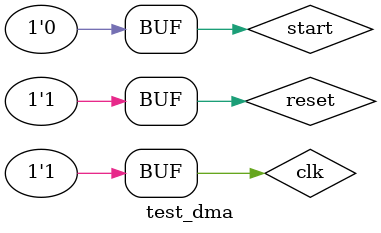
<source format=v>
`timescale 1ns / 1ps


module test_dma(

    );
   reg clk;
     reg reset;
     reg start;
     
     initial
     begin
     reset = 1'b1;
     start = 1'b0;
     #40;
     reset = 1'b0;
     #40;
     reset = 1'b1;
     #40;
     start =1'b1;
     #40;
     start = 1'b0;
     end
     
     always
     begin
     clk = 1'b0;
     #20;
     clk = 1'b1;
     #20;
     end
     
     design_2 dut(
        .areset(reset),
        .clk(clk),
        .start(start));
     
     
 endmodule
</source>
